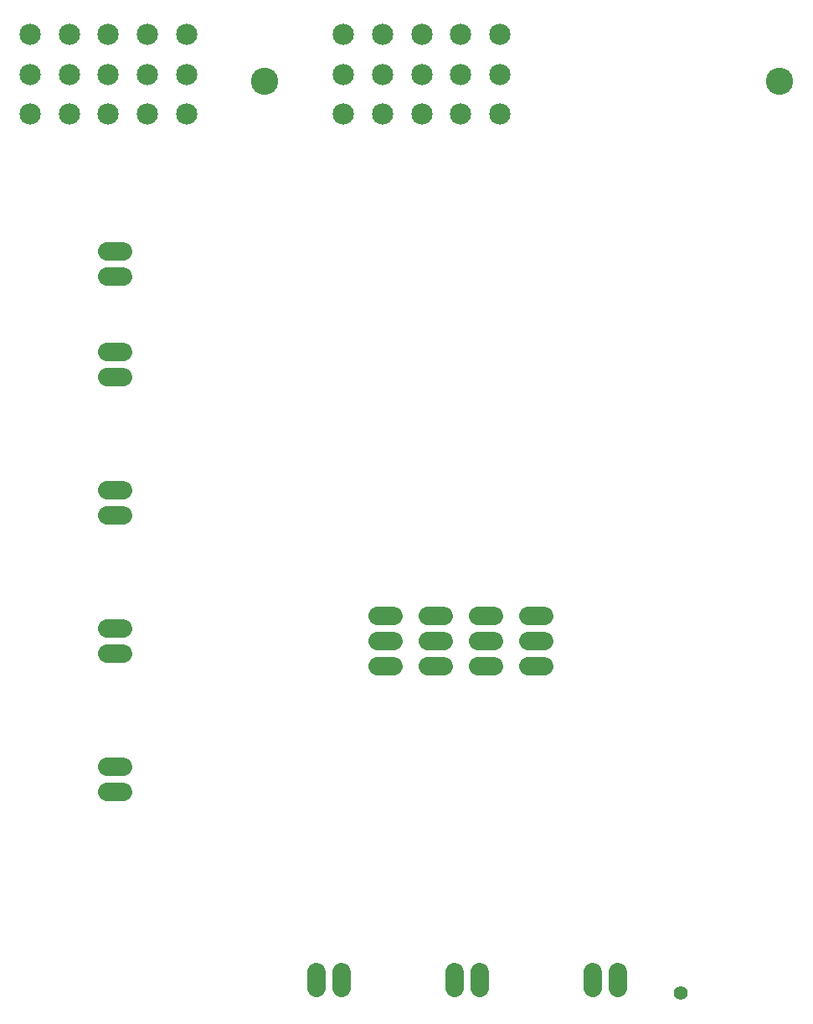
<source format=gbs>
G75*
G70*
%OFA0B0*%
%FSLAX24Y24*%
%IPPOS*%
%LPD*%
%AMOC8*
5,1,8,0,0,1.08239X$1,22.5*
%
%ADD10C,0.0720*%
%ADD11C,0.0848*%
%ADD12C,0.1080*%
%ADD13C,0.0556*%
D10*
X008361Y013141D02*
X009001Y013141D01*
X009001Y014141D02*
X008361Y014141D01*
X008361Y018641D02*
X009001Y018641D01*
X009001Y019641D02*
X008361Y019641D01*
X008361Y024141D02*
X009001Y024141D01*
X009001Y025141D02*
X008361Y025141D01*
X008361Y029641D02*
X009001Y029641D01*
X009001Y030641D02*
X008361Y030641D01*
X008361Y033641D02*
X009001Y033641D01*
X009001Y034641D02*
X008361Y034641D01*
X019111Y020141D02*
X019751Y020141D01*
X019751Y019141D02*
X019111Y019141D01*
X019111Y018141D02*
X019751Y018141D01*
X021111Y018141D02*
X021751Y018141D01*
X021751Y019141D02*
X021111Y019141D01*
X021111Y020141D02*
X021751Y020141D01*
X023111Y020141D02*
X023751Y020141D01*
X023751Y019141D02*
X023111Y019141D01*
X023111Y018141D02*
X023751Y018141D01*
X025111Y018141D02*
X025751Y018141D01*
X025751Y019141D02*
X025111Y019141D01*
X025111Y020141D02*
X025751Y020141D01*
X027681Y005961D02*
X027681Y005321D01*
X028681Y005321D02*
X028681Y005961D01*
X023181Y005961D02*
X023181Y005321D01*
X022181Y005321D02*
X022181Y005961D01*
X017681Y005961D02*
X017681Y005321D01*
X016681Y005321D02*
X016681Y005961D01*
D11*
X017753Y040101D03*
X019312Y040101D03*
X020871Y040101D03*
X022430Y040101D03*
X023989Y040101D03*
X023989Y041672D03*
X022430Y041672D03*
X020871Y041672D03*
X020871Y043243D03*
X022430Y043243D03*
X023989Y043243D03*
X019312Y043243D03*
X017753Y043243D03*
X017753Y041672D03*
X019312Y041672D03*
X011517Y041672D03*
X009958Y041672D03*
X008399Y041672D03*
X008399Y043243D03*
X009958Y043243D03*
X011517Y043243D03*
X011517Y040101D03*
X009958Y040101D03*
X008399Y040101D03*
X006840Y040101D03*
X005281Y040101D03*
X005281Y041672D03*
X006840Y041672D03*
X006840Y043243D03*
X005281Y043243D03*
D12*
X014635Y041392D03*
X035135Y041392D03*
D13*
X031181Y005141D03*
M02*

</source>
